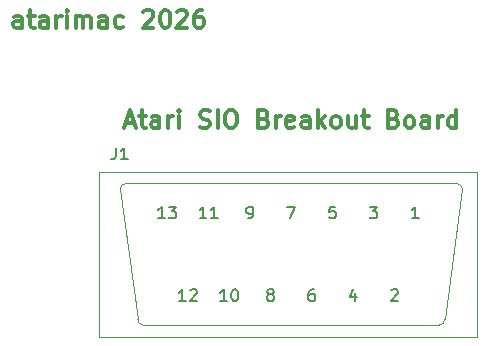
<source format=gbr>
%TF.GenerationSoftware,KiCad,Pcbnew,9.0.7*%
%TF.CreationDate,2026-01-20T08:57:55-06:00*%
%TF.ProjectId,SIO_Breakout,53494f5f-4272-4656-916b-6f75742e6b69,rev?*%
%TF.SameCoordinates,Original*%
%TF.FileFunction,Legend,Top*%
%TF.FilePolarity,Positive*%
%FSLAX46Y46*%
G04 Gerber Fmt 4.6, Leading zero omitted, Abs format (unit mm)*
G04 Created by KiCad (PCBNEW 9.0.7) date 2026-01-20 08:57:55*
%MOMM*%
%LPD*%
G01*
G04 APERTURE LIST*
%ADD10C,0.300000*%
%ADD11C,0.150000*%
%ADD12C,0.120000*%
G04 APERTURE END LIST*
D10*
X126983082Y-106372257D02*
X127697368Y-106372257D01*
X126840225Y-106800828D02*
X127340225Y-105300828D01*
X127340225Y-105300828D02*
X127840225Y-106800828D01*
X128125939Y-105800828D02*
X128697367Y-105800828D01*
X128340224Y-105300828D02*
X128340224Y-106586542D01*
X128340224Y-106586542D02*
X128411653Y-106729400D01*
X128411653Y-106729400D02*
X128554510Y-106800828D01*
X128554510Y-106800828D02*
X128697367Y-106800828D01*
X129840225Y-106800828D02*
X129840225Y-106015114D01*
X129840225Y-106015114D02*
X129768796Y-105872257D01*
X129768796Y-105872257D02*
X129625939Y-105800828D01*
X129625939Y-105800828D02*
X129340225Y-105800828D01*
X129340225Y-105800828D02*
X129197367Y-105872257D01*
X129840225Y-106729400D02*
X129697367Y-106800828D01*
X129697367Y-106800828D02*
X129340225Y-106800828D01*
X129340225Y-106800828D02*
X129197367Y-106729400D01*
X129197367Y-106729400D02*
X129125939Y-106586542D01*
X129125939Y-106586542D02*
X129125939Y-106443685D01*
X129125939Y-106443685D02*
X129197367Y-106300828D01*
X129197367Y-106300828D02*
X129340225Y-106229400D01*
X129340225Y-106229400D02*
X129697367Y-106229400D01*
X129697367Y-106229400D02*
X129840225Y-106157971D01*
X130554510Y-106800828D02*
X130554510Y-105800828D01*
X130554510Y-106086542D02*
X130625939Y-105943685D01*
X130625939Y-105943685D02*
X130697368Y-105872257D01*
X130697368Y-105872257D02*
X130840225Y-105800828D01*
X130840225Y-105800828D02*
X130983082Y-105800828D01*
X131483081Y-106800828D02*
X131483081Y-105800828D01*
X131483081Y-105300828D02*
X131411653Y-105372257D01*
X131411653Y-105372257D02*
X131483081Y-105443685D01*
X131483081Y-105443685D02*
X131554510Y-105372257D01*
X131554510Y-105372257D02*
X131483081Y-105300828D01*
X131483081Y-105300828D02*
X131483081Y-105443685D01*
X133268796Y-106729400D02*
X133483082Y-106800828D01*
X133483082Y-106800828D02*
X133840224Y-106800828D01*
X133840224Y-106800828D02*
X133983082Y-106729400D01*
X133983082Y-106729400D02*
X134054510Y-106657971D01*
X134054510Y-106657971D02*
X134125939Y-106515114D01*
X134125939Y-106515114D02*
X134125939Y-106372257D01*
X134125939Y-106372257D02*
X134054510Y-106229400D01*
X134054510Y-106229400D02*
X133983082Y-106157971D01*
X133983082Y-106157971D02*
X133840224Y-106086542D01*
X133840224Y-106086542D02*
X133554510Y-106015114D01*
X133554510Y-106015114D02*
X133411653Y-105943685D01*
X133411653Y-105943685D02*
X133340224Y-105872257D01*
X133340224Y-105872257D02*
X133268796Y-105729400D01*
X133268796Y-105729400D02*
X133268796Y-105586542D01*
X133268796Y-105586542D02*
X133340224Y-105443685D01*
X133340224Y-105443685D02*
X133411653Y-105372257D01*
X133411653Y-105372257D02*
X133554510Y-105300828D01*
X133554510Y-105300828D02*
X133911653Y-105300828D01*
X133911653Y-105300828D02*
X134125939Y-105372257D01*
X134768795Y-106800828D02*
X134768795Y-105300828D01*
X135768796Y-105300828D02*
X136054510Y-105300828D01*
X136054510Y-105300828D02*
X136197367Y-105372257D01*
X136197367Y-105372257D02*
X136340224Y-105515114D01*
X136340224Y-105515114D02*
X136411653Y-105800828D01*
X136411653Y-105800828D02*
X136411653Y-106300828D01*
X136411653Y-106300828D02*
X136340224Y-106586542D01*
X136340224Y-106586542D02*
X136197367Y-106729400D01*
X136197367Y-106729400D02*
X136054510Y-106800828D01*
X136054510Y-106800828D02*
X135768796Y-106800828D01*
X135768796Y-106800828D02*
X135625939Y-106729400D01*
X135625939Y-106729400D02*
X135483081Y-106586542D01*
X135483081Y-106586542D02*
X135411653Y-106300828D01*
X135411653Y-106300828D02*
X135411653Y-105800828D01*
X135411653Y-105800828D02*
X135483081Y-105515114D01*
X135483081Y-105515114D02*
X135625939Y-105372257D01*
X135625939Y-105372257D02*
X135768796Y-105300828D01*
X138697367Y-106015114D02*
X138911653Y-106086542D01*
X138911653Y-106086542D02*
X138983082Y-106157971D01*
X138983082Y-106157971D02*
X139054510Y-106300828D01*
X139054510Y-106300828D02*
X139054510Y-106515114D01*
X139054510Y-106515114D02*
X138983082Y-106657971D01*
X138983082Y-106657971D02*
X138911653Y-106729400D01*
X138911653Y-106729400D02*
X138768796Y-106800828D01*
X138768796Y-106800828D02*
X138197367Y-106800828D01*
X138197367Y-106800828D02*
X138197367Y-105300828D01*
X138197367Y-105300828D02*
X138697367Y-105300828D01*
X138697367Y-105300828D02*
X138840225Y-105372257D01*
X138840225Y-105372257D02*
X138911653Y-105443685D01*
X138911653Y-105443685D02*
X138983082Y-105586542D01*
X138983082Y-105586542D02*
X138983082Y-105729400D01*
X138983082Y-105729400D02*
X138911653Y-105872257D01*
X138911653Y-105872257D02*
X138840225Y-105943685D01*
X138840225Y-105943685D02*
X138697367Y-106015114D01*
X138697367Y-106015114D02*
X138197367Y-106015114D01*
X139697367Y-106800828D02*
X139697367Y-105800828D01*
X139697367Y-106086542D02*
X139768796Y-105943685D01*
X139768796Y-105943685D02*
X139840225Y-105872257D01*
X139840225Y-105872257D02*
X139983082Y-105800828D01*
X139983082Y-105800828D02*
X140125939Y-105800828D01*
X141197367Y-106729400D02*
X141054510Y-106800828D01*
X141054510Y-106800828D02*
X140768796Y-106800828D01*
X140768796Y-106800828D02*
X140625938Y-106729400D01*
X140625938Y-106729400D02*
X140554510Y-106586542D01*
X140554510Y-106586542D02*
X140554510Y-106015114D01*
X140554510Y-106015114D02*
X140625938Y-105872257D01*
X140625938Y-105872257D02*
X140768796Y-105800828D01*
X140768796Y-105800828D02*
X141054510Y-105800828D01*
X141054510Y-105800828D02*
X141197367Y-105872257D01*
X141197367Y-105872257D02*
X141268796Y-106015114D01*
X141268796Y-106015114D02*
X141268796Y-106157971D01*
X141268796Y-106157971D02*
X140554510Y-106300828D01*
X142554510Y-106800828D02*
X142554510Y-106015114D01*
X142554510Y-106015114D02*
X142483081Y-105872257D01*
X142483081Y-105872257D02*
X142340224Y-105800828D01*
X142340224Y-105800828D02*
X142054510Y-105800828D01*
X142054510Y-105800828D02*
X141911652Y-105872257D01*
X142554510Y-106729400D02*
X142411652Y-106800828D01*
X142411652Y-106800828D02*
X142054510Y-106800828D01*
X142054510Y-106800828D02*
X141911652Y-106729400D01*
X141911652Y-106729400D02*
X141840224Y-106586542D01*
X141840224Y-106586542D02*
X141840224Y-106443685D01*
X141840224Y-106443685D02*
X141911652Y-106300828D01*
X141911652Y-106300828D02*
X142054510Y-106229400D01*
X142054510Y-106229400D02*
X142411652Y-106229400D01*
X142411652Y-106229400D02*
X142554510Y-106157971D01*
X143268795Y-106800828D02*
X143268795Y-105300828D01*
X143411653Y-106229400D02*
X143840224Y-106800828D01*
X143840224Y-105800828D02*
X143268795Y-106372257D01*
X144697367Y-106800828D02*
X144554510Y-106729400D01*
X144554510Y-106729400D02*
X144483081Y-106657971D01*
X144483081Y-106657971D02*
X144411653Y-106515114D01*
X144411653Y-106515114D02*
X144411653Y-106086542D01*
X144411653Y-106086542D02*
X144483081Y-105943685D01*
X144483081Y-105943685D02*
X144554510Y-105872257D01*
X144554510Y-105872257D02*
X144697367Y-105800828D01*
X144697367Y-105800828D02*
X144911653Y-105800828D01*
X144911653Y-105800828D02*
X145054510Y-105872257D01*
X145054510Y-105872257D02*
X145125939Y-105943685D01*
X145125939Y-105943685D02*
X145197367Y-106086542D01*
X145197367Y-106086542D02*
X145197367Y-106515114D01*
X145197367Y-106515114D02*
X145125939Y-106657971D01*
X145125939Y-106657971D02*
X145054510Y-106729400D01*
X145054510Y-106729400D02*
X144911653Y-106800828D01*
X144911653Y-106800828D02*
X144697367Y-106800828D01*
X146483082Y-105800828D02*
X146483082Y-106800828D01*
X145840224Y-105800828D02*
X145840224Y-106586542D01*
X145840224Y-106586542D02*
X145911653Y-106729400D01*
X145911653Y-106729400D02*
X146054510Y-106800828D01*
X146054510Y-106800828D02*
X146268796Y-106800828D01*
X146268796Y-106800828D02*
X146411653Y-106729400D01*
X146411653Y-106729400D02*
X146483082Y-106657971D01*
X146983082Y-105800828D02*
X147554510Y-105800828D01*
X147197367Y-105300828D02*
X147197367Y-106586542D01*
X147197367Y-106586542D02*
X147268796Y-106729400D01*
X147268796Y-106729400D02*
X147411653Y-106800828D01*
X147411653Y-106800828D02*
X147554510Y-106800828D01*
X149697367Y-106015114D02*
X149911653Y-106086542D01*
X149911653Y-106086542D02*
X149983082Y-106157971D01*
X149983082Y-106157971D02*
X150054510Y-106300828D01*
X150054510Y-106300828D02*
X150054510Y-106515114D01*
X150054510Y-106515114D02*
X149983082Y-106657971D01*
X149983082Y-106657971D02*
X149911653Y-106729400D01*
X149911653Y-106729400D02*
X149768796Y-106800828D01*
X149768796Y-106800828D02*
X149197367Y-106800828D01*
X149197367Y-106800828D02*
X149197367Y-105300828D01*
X149197367Y-105300828D02*
X149697367Y-105300828D01*
X149697367Y-105300828D02*
X149840225Y-105372257D01*
X149840225Y-105372257D02*
X149911653Y-105443685D01*
X149911653Y-105443685D02*
X149983082Y-105586542D01*
X149983082Y-105586542D02*
X149983082Y-105729400D01*
X149983082Y-105729400D02*
X149911653Y-105872257D01*
X149911653Y-105872257D02*
X149840225Y-105943685D01*
X149840225Y-105943685D02*
X149697367Y-106015114D01*
X149697367Y-106015114D02*
X149197367Y-106015114D01*
X150911653Y-106800828D02*
X150768796Y-106729400D01*
X150768796Y-106729400D02*
X150697367Y-106657971D01*
X150697367Y-106657971D02*
X150625939Y-106515114D01*
X150625939Y-106515114D02*
X150625939Y-106086542D01*
X150625939Y-106086542D02*
X150697367Y-105943685D01*
X150697367Y-105943685D02*
X150768796Y-105872257D01*
X150768796Y-105872257D02*
X150911653Y-105800828D01*
X150911653Y-105800828D02*
X151125939Y-105800828D01*
X151125939Y-105800828D02*
X151268796Y-105872257D01*
X151268796Y-105872257D02*
X151340225Y-105943685D01*
X151340225Y-105943685D02*
X151411653Y-106086542D01*
X151411653Y-106086542D02*
X151411653Y-106515114D01*
X151411653Y-106515114D02*
X151340225Y-106657971D01*
X151340225Y-106657971D02*
X151268796Y-106729400D01*
X151268796Y-106729400D02*
X151125939Y-106800828D01*
X151125939Y-106800828D02*
X150911653Y-106800828D01*
X152697368Y-106800828D02*
X152697368Y-106015114D01*
X152697368Y-106015114D02*
X152625939Y-105872257D01*
X152625939Y-105872257D02*
X152483082Y-105800828D01*
X152483082Y-105800828D02*
X152197368Y-105800828D01*
X152197368Y-105800828D02*
X152054510Y-105872257D01*
X152697368Y-106729400D02*
X152554510Y-106800828D01*
X152554510Y-106800828D02*
X152197368Y-106800828D01*
X152197368Y-106800828D02*
X152054510Y-106729400D01*
X152054510Y-106729400D02*
X151983082Y-106586542D01*
X151983082Y-106586542D02*
X151983082Y-106443685D01*
X151983082Y-106443685D02*
X152054510Y-106300828D01*
X152054510Y-106300828D02*
X152197368Y-106229400D01*
X152197368Y-106229400D02*
X152554510Y-106229400D01*
X152554510Y-106229400D02*
X152697368Y-106157971D01*
X153411653Y-106800828D02*
X153411653Y-105800828D01*
X153411653Y-106086542D02*
X153483082Y-105943685D01*
X153483082Y-105943685D02*
X153554511Y-105872257D01*
X153554511Y-105872257D02*
X153697368Y-105800828D01*
X153697368Y-105800828D02*
X153840225Y-105800828D01*
X154983082Y-106800828D02*
X154983082Y-105300828D01*
X154983082Y-106729400D02*
X154840224Y-106800828D01*
X154840224Y-106800828D02*
X154554510Y-106800828D01*
X154554510Y-106800828D02*
X154411653Y-106729400D01*
X154411653Y-106729400D02*
X154340224Y-106657971D01*
X154340224Y-106657971D02*
X154268796Y-106515114D01*
X154268796Y-106515114D02*
X154268796Y-106086542D01*
X154268796Y-106086542D02*
X154340224Y-105943685D01*
X154340224Y-105943685D02*
X154411653Y-105872257D01*
X154411653Y-105872257D02*
X154554510Y-105800828D01*
X154554510Y-105800828D02*
X154840224Y-105800828D01*
X154840224Y-105800828D02*
X154983082Y-105872257D01*
X118197368Y-98300828D02*
X118197368Y-97515114D01*
X118197368Y-97515114D02*
X118125939Y-97372257D01*
X118125939Y-97372257D02*
X117983082Y-97300828D01*
X117983082Y-97300828D02*
X117697368Y-97300828D01*
X117697368Y-97300828D02*
X117554510Y-97372257D01*
X118197368Y-98229400D02*
X118054510Y-98300828D01*
X118054510Y-98300828D02*
X117697368Y-98300828D01*
X117697368Y-98300828D02*
X117554510Y-98229400D01*
X117554510Y-98229400D02*
X117483082Y-98086542D01*
X117483082Y-98086542D02*
X117483082Y-97943685D01*
X117483082Y-97943685D02*
X117554510Y-97800828D01*
X117554510Y-97800828D02*
X117697368Y-97729400D01*
X117697368Y-97729400D02*
X118054510Y-97729400D01*
X118054510Y-97729400D02*
X118197368Y-97657971D01*
X118697368Y-97300828D02*
X119268796Y-97300828D01*
X118911653Y-96800828D02*
X118911653Y-98086542D01*
X118911653Y-98086542D02*
X118983082Y-98229400D01*
X118983082Y-98229400D02*
X119125939Y-98300828D01*
X119125939Y-98300828D02*
X119268796Y-98300828D01*
X120411654Y-98300828D02*
X120411654Y-97515114D01*
X120411654Y-97515114D02*
X120340225Y-97372257D01*
X120340225Y-97372257D02*
X120197368Y-97300828D01*
X120197368Y-97300828D02*
X119911654Y-97300828D01*
X119911654Y-97300828D02*
X119768796Y-97372257D01*
X120411654Y-98229400D02*
X120268796Y-98300828D01*
X120268796Y-98300828D02*
X119911654Y-98300828D01*
X119911654Y-98300828D02*
X119768796Y-98229400D01*
X119768796Y-98229400D02*
X119697368Y-98086542D01*
X119697368Y-98086542D02*
X119697368Y-97943685D01*
X119697368Y-97943685D02*
X119768796Y-97800828D01*
X119768796Y-97800828D02*
X119911654Y-97729400D01*
X119911654Y-97729400D02*
X120268796Y-97729400D01*
X120268796Y-97729400D02*
X120411654Y-97657971D01*
X121125939Y-98300828D02*
X121125939Y-97300828D01*
X121125939Y-97586542D02*
X121197368Y-97443685D01*
X121197368Y-97443685D02*
X121268797Y-97372257D01*
X121268797Y-97372257D02*
X121411654Y-97300828D01*
X121411654Y-97300828D02*
X121554511Y-97300828D01*
X122054510Y-98300828D02*
X122054510Y-97300828D01*
X122054510Y-96800828D02*
X121983082Y-96872257D01*
X121983082Y-96872257D02*
X122054510Y-96943685D01*
X122054510Y-96943685D02*
X122125939Y-96872257D01*
X122125939Y-96872257D02*
X122054510Y-96800828D01*
X122054510Y-96800828D02*
X122054510Y-96943685D01*
X122768796Y-98300828D02*
X122768796Y-97300828D01*
X122768796Y-97443685D02*
X122840225Y-97372257D01*
X122840225Y-97372257D02*
X122983082Y-97300828D01*
X122983082Y-97300828D02*
X123197368Y-97300828D01*
X123197368Y-97300828D02*
X123340225Y-97372257D01*
X123340225Y-97372257D02*
X123411654Y-97515114D01*
X123411654Y-97515114D02*
X123411654Y-98300828D01*
X123411654Y-97515114D02*
X123483082Y-97372257D01*
X123483082Y-97372257D02*
X123625939Y-97300828D01*
X123625939Y-97300828D02*
X123840225Y-97300828D01*
X123840225Y-97300828D02*
X123983082Y-97372257D01*
X123983082Y-97372257D02*
X124054511Y-97515114D01*
X124054511Y-97515114D02*
X124054511Y-98300828D01*
X125411654Y-98300828D02*
X125411654Y-97515114D01*
X125411654Y-97515114D02*
X125340225Y-97372257D01*
X125340225Y-97372257D02*
X125197368Y-97300828D01*
X125197368Y-97300828D02*
X124911654Y-97300828D01*
X124911654Y-97300828D02*
X124768796Y-97372257D01*
X125411654Y-98229400D02*
X125268796Y-98300828D01*
X125268796Y-98300828D02*
X124911654Y-98300828D01*
X124911654Y-98300828D02*
X124768796Y-98229400D01*
X124768796Y-98229400D02*
X124697368Y-98086542D01*
X124697368Y-98086542D02*
X124697368Y-97943685D01*
X124697368Y-97943685D02*
X124768796Y-97800828D01*
X124768796Y-97800828D02*
X124911654Y-97729400D01*
X124911654Y-97729400D02*
X125268796Y-97729400D01*
X125268796Y-97729400D02*
X125411654Y-97657971D01*
X126768797Y-98229400D02*
X126625939Y-98300828D01*
X126625939Y-98300828D02*
X126340225Y-98300828D01*
X126340225Y-98300828D02*
X126197368Y-98229400D01*
X126197368Y-98229400D02*
X126125939Y-98157971D01*
X126125939Y-98157971D02*
X126054511Y-98015114D01*
X126054511Y-98015114D02*
X126054511Y-97586542D01*
X126054511Y-97586542D02*
X126125939Y-97443685D01*
X126125939Y-97443685D02*
X126197368Y-97372257D01*
X126197368Y-97372257D02*
X126340225Y-97300828D01*
X126340225Y-97300828D02*
X126625939Y-97300828D01*
X126625939Y-97300828D02*
X126768797Y-97372257D01*
X128483082Y-96943685D02*
X128554510Y-96872257D01*
X128554510Y-96872257D02*
X128697368Y-96800828D01*
X128697368Y-96800828D02*
X129054510Y-96800828D01*
X129054510Y-96800828D02*
X129197368Y-96872257D01*
X129197368Y-96872257D02*
X129268796Y-96943685D01*
X129268796Y-96943685D02*
X129340225Y-97086542D01*
X129340225Y-97086542D02*
X129340225Y-97229400D01*
X129340225Y-97229400D02*
X129268796Y-97443685D01*
X129268796Y-97443685D02*
X128411653Y-98300828D01*
X128411653Y-98300828D02*
X129340225Y-98300828D01*
X130268796Y-96800828D02*
X130411653Y-96800828D01*
X130411653Y-96800828D02*
X130554510Y-96872257D01*
X130554510Y-96872257D02*
X130625939Y-96943685D01*
X130625939Y-96943685D02*
X130697367Y-97086542D01*
X130697367Y-97086542D02*
X130768796Y-97372257D01*
X130768796Y-97372257D02*
X130768796Y-97729400D01*
X130768796Y-97729400D02*
X130697367Y-98015114D01*
X130697367Y-98015114D02*
X130625939Y-98157971D01*
X130625939Y-98157971D02*
X130554510Y-98229400D01*
X130554510Y-98229400D02*
X130411653Y-98300828D01*
X130411653Y-98300828D02*
X130268796Y-98300828D01*
X130268796Y-98300828D02*
X130125939Y-98229400D01*
X130125939Y-98229400D02*
X130054510Y-98157971D01*
X130054510Y-98157971D02*
X129983081Y-98015114D01*
X129983081Y-98015114D02*
X129911653Y-97729400D01*
X129911653Y-97729400D02*
X129911653Y-97372257D01*
X129911653Y-97372257D02*
X129983081Y-97086542D01*
X129983081Y-97086542D02*
X130054510Y-96943685D01*
X130054510Y-96943685D02*
X130125939Y-96872257D01*
X130125939Y-96872257D02*
X130268796Y-96800828D01*
X131340224Y-96943685D02*
X131411652Y-96872257D01*
X131411652Y-96872257D02*
X131554510Y-96800828D01*
X131554510Y-96800828D02*
X131911652Y-96800828D01*
X131911652Y-96800828D02*
X132054510Y-96872257D01*
X132054510Y-96872257D02*
X132125938Y-96943685D01*
X132125938Y-96943685D02*
X132197367Y-97086542D01*
X132197367Y-97086542D02*
X132197367Y-97229400D01*
X132197367Y-97229400D02*
X132125938Y-97443685D01*
X132125938Y-97443685D02*
X131268795Y-98300828D01*
X131268795Y-98300828D02*
X132197367Y-98300828D01*
X133483081Y-96800828D02*
X133197366Y-96800828D01*
X133197366Y-96800828D02*
X133054509Y-96872257D01*
X133054509Y-96872257D02*
X132983081Y-96943685D01*
X132983081Y-96943685D02*
X132840223Y-97157971D01*
X132840223Y-97157971D02*
X132768795Y-97443685D01*
X132768795Y-97443685D02*
X132768795Y-98015114D01*
X132768795Y-98015114D02*
X132840223Y-98157971D01*
X132840223Y-98157971D02*
X132911652Y-98229400D01*
X132911652Y-98229400D02*
X133054509Y-98300828D01*
X133054509Y-98300828D02*
X133340223Y-98300828D01*
X133340223Y-98300828D02*
X133483081Y-98229400D01*
X133483081Y-98229400D02*
X133554509Y-98157971D01*
X133554509Y-98157971D02*
X133625938Y-98015114D01*
X133625938Y-98015114D02*
X133625938Y-97657971D01*
X133625938Y-97657971D02*
X133554509Y-97515114D01*
X133554509Y-97515114D02*
X133483081Y-97443685D01*
X133483081Y-97443685D02*
X133340223Y-97372257D01*
X133340223Y-97372257D02*
X133054509Y-97372257D01*
X133054509Y-97372257D02*
X132911652Y-97443685D01*
X132911652Y-97443685D02*
X132840223Y-97515114D01*
X132840223Y-97515114D02*
X132768795Y-97657971D01*
D11*
X126166666Y-108454819D02*
X126166666Y-109169104D01*
X126166666Y-109169104D02*
X126119047Y-109311961D01*
X126119047Y-109311961D02*
X126023809Y-109407200D01*
X126023809Y-109407200D02*
X125880952Y-109454819D01*
X125880952Y-109454819D02*
X125785714Y-109454819D01*
X127166666Y-109454819D02*
X126595238Y-109454819D01*
X126880952Y-109454819D02*
X126880952Y-108454819D01*
X126880952Y-108454819D02*
X126785714Y-108597676D01*
X126785714Y-108597676D02*
X126690476Y-108692914D01*
X126690476Y-108692914D02*
X126595238Y-108740533D01*
X149464286Y-120550057D02*
X149511905Y-120502438D01*
X149511905Y-120502438D02*
X149607143Y-120454819D01*
X149607143Y-120454819D02*
X149845238Y-120454819D01*
X149845238Y-120454819D02*
X149940476Y-120502438D01*
X149940476Y-120502438D02*
X149988095Y-120550057D01*
X149988095Y-120550057D02*
X150035714Y-120645295D01*
X150035714Y-120645295D02*
X150035714Y-120740533D01*
X150035714Y-120740533D02*
X149988095Y-120883390D01*
X149988095Y-120883390D02*
X149416667Y-121454819D01*
X149416667Y-121454819D02*
X150035714Y-121454819D01*
X146440476Y-120788152D02*
X146440476Y-121454819D01*
X146202381Y-120407200D02*
X145964286Y-121121485D01*
X145964286Y-121121485D02*
X146583333Y-121121485D01*
X130309523Y-114454819D02*
X129738095Y-114454819D01*
X130023809Y-114454819D02*
X130023809Y-113454819D01*
X130023809Y-113454819D02*
X129928571Y-113597676D01*
X129928571Y-113597676D02*
X129833333Y-113692914D01*
X129833333Y-113692914D02*
X129738095Y-113740533D01*
X130642857Y-113454819D02*
X131261904Y-113454819D01*
X131261904Y-113454819D02*
X130928571Y-113835771D01*
X130928571Y-113835771D02*
X131071428Y-113835771D01*
X131071428Y-113835771D02*
X131166666Y-113883390D01*
X131166666Y-113883390D02*
X131214285Y-113931009D01*
X131214285Y-113931009D02*
X131261904Y-114026247D01*
X131261904Y-114026247D02*
X131261904Y-114264342D01*
X131261904Y-114264342D02*
X131214285Y-114359580D01*
X131214285Y-114359580D02*
X131166666Y-114407200D01*
X131166666Y-114407200D02*
X131071428Y-114454819D01*
X131071428Y-114454819D02*
X130785714Y-114454819D01*
X130785714Y-114454819D02*
X130690476Y-114407200D01*
X130690476Y-114407200D02*
X130642857Y-114359580D01*
X137309524Y-114454819D02*
X137500000Y-114454819D01*
X137500000Y-114454819D02*
X137595238Y-114407200D01*
X137595238Y-114407200D02*
X137642857Y-114359580D01*
X137642857Y-114359580D02*
X137738095Y-114216723D01*
X137738095Y-114216723D02*
X137785714Y-114026247D01*
X137785714Y-114026247D02*
X137785714Y-113645295D01*
X137785714Y-113645295D02*
X137738095Y-113550057D01*
X137738095Y-113550057D02*
X137690476Y-113502438D01*
X137690476Y-113502438D02*
X137595238Y-113454819D01*
X137595238Y-113454819D02*
X137404762Y-113454819D01*
X137404762Y-113454819D02*
X137309524Y-113502438D01*
X137309524Y-113502438D02*
X137261905Y-113550057D01*
X137261905Y-113550057D02*
X137214286Y-113645295D01*
X137214286Y-113645295D02*
X137214286Y-113883390D01*
X137214286Y-113883390D02*
X137261905Y-113978628D01*
X137261905Y-113978628D02*
X137309524Y-114026247D01*
X137309524Y-114026247D02*
X137404762Y-114073866D01*
X137404762Y-114073866D02*
X137595238Y-114073866D01*
X137595238Y-114073866D02*
X137690476Y-114026247D01*
X137690476Y-114026247D02*
X137738095Y-113978628D01*
X137738095Y-113978628D02*
X137785714Y-113883390D01*
X133809523Y-114454819D02*
X133238095Y-114454819D01*
X133523809Y-114454819D02*
X133523809Y-113454819D01*
X133523809Y-113454819D02*
X133428571Y-113597676D01*
X133428571Y-113597676D02*
X133333333Y-113692914D01*
X133333333Y-113692914D02*
X133238095Y-113740533D01*
X134761904Y-114454819D02*
X134190476Y-114454819D01*
X134476190Y-114454819D02*
X134476190Y-113454819D01*
X134476190Y-113454819D02*
X134380952Y-113597676D01*
X134380952Y-113597676D02*
X134285714Y-113692914D01*
X134285714Y-113692914D02*
X134190476Y-113740533D01*
X135559523Y-121454819D02*
X134988095Y-121454819D01*
X135273809Y-121454819D02*
X135273809Y-120454819D01*
X135273809Y-120454819D02*
X135178571Y-120597676D01*
X135178571Y-120597676D02*
X135083333Y-120692914D01*
X135083333Y-120692914D02*
X134988095Y-120740533D01*
X136178571Y-120454819D02*
X136273809Y-120454819D01*
X136273809Y-120454819D02*
X136369047Y-120502438D01*
X136369047Y-120502438D02*
X136416666Y-120550057D01*
X136416666Y-120550057D02*
X136464285Y-120645295D01*
X136464285Y-120645295D02*
X136511904Y-120835771D01*
X136511904Y-120835771D02*
X136511904Y-121073866D01*
X136511904Y-121073866D02*
X136464285Y-121264342D01*
X136464285Y-121264342D02*
X136416666Y-121359580D01*
X136416666Y-121359580D02*
X136369047Y-121407200D01*
X136369047Y-121407200D02*
X136273809Y-121454819D01*
X136273809Y-121454819D02*
X136178571Y-121454819D01*
X136178571Y-121454819D02*
X136083333Y-121407200D01*
X136083333Y-121407200D02*
X136035714Y-121359580D01*
X136035714Y-121359580D02*
X135988095Y-121264342D01*
X135988095Y-121264342D02*
X135940476Y-121073866D01*
X135940476Y-121073866D02*
X135940476Y-120835771D01*
X135940476Y-120835771D02*
X135988095Y-120645295D01*
X135988095Y-120645295D02*
X136035714Y-120550057D01*
X136035714Y-120550057D02*
X136083333Y-120502438D01*
X136083333Y-120502438D02*
X136178571Y-120454819D01*
X144738095Y-113454819D02*
X144261905Y-113454819D01*
X144261905Y-113454819D02*
X144214286Y-113931009D01*
X144214286Y-113931009D02*
X144261905Y-113883390D01*
X144261905Y-113883390D02*
X144357143Y-113835771D01*
X144357143Y-113835771D02*
X144595238Y-113835771D01*
X144595238Y-113835771D02*
X144690476Y-113883390D01*
X144690476Y-113883390D02*
X144738095Y-113931009D01*
X144738095Y-113931009D02*
X144785714Y-114026247D01*
X144785714Y-114026247D02*
X144785714Y-114264342D01*
X144785714Y-114264342D02*
X144738095Y-114359580D01*
X144738095Y-114359580D02*
X144690476Y-114407200D01*
X144690476Y-114407200D02*
X144595238Y-114454819D01*
X144595238Y-114454819D02*
X144357143Y-114454819D01*
X144357143Y-114454819D02*
X144261905Y-114407200D01*
X144261905Y-114407200D02*
X144214286Y-114359580D01*
X132059523Y-121454819D02*
X131488095Y-121454819D01*
X131773809Y-121454819D02*
X131773809Y-120454819D01*
X131773809Y-120454819D02*
X131678571Y-120597676D01*
X131678571Y-120597676D02*
X131583333Y-120692914D01*
X131583333Y-120692914D02*
X131488095Y-120740533D01*
X132440476Y-120550057D02*
X132488095Y-120502438D01*
X132488095Y-120502438D02*
X132583333Y-120454819D01*
X132583333Y-120454819D02*
X132821428Y-120454819D01*
X132821428Y-120454819D02*
X132916666Y-120502438D01*
X132916666Y-120502438D02*
X132964285Y-120550057D01*
X132964285Y-120550057D02*
X133011904Y-120645295D01*
X133011904Y-120645295D02*
X133011904Y-120740533D01*
X133011904Y-120740533D02*
X132964285Y-120883390D01*
X132964285Y-120883390D02*
X132392857Y-121454819D01*
X132392857Y-121454819D02*
X133011904Y-121454819D01*
X142940476Y-120454819D02*
X142750000Y-120454819D01*
X142750000Y-120454819D02*
X142654762Y-120502438D01*
X142654762Y-120502438D02*
X142607143Y-120550057D01*
X142607143Y-120550057D02*
X142511905Y-120692914D01*
X142511905Y-120692914D02*
X142464286Y-120883390D01*
X142464286Y-120883390D02*
X142464286Y-121264342D01*
X142464286Y-121264342D02*
X142511905Y-121359580D01*
X142511905Y-121359580D02*
X142559524Y-121407200D01*
X142559524Y-121407200D02*
X142654762Y-121454819D01*
X142654762Y-121454819D02*
X142845238Y-121454819D01*
X142845238Y-121454819D02*
X142940476Y-121407200D01*
X142940476Y-121407200D02*
X142988095Y-121359580D01*
X142988095Y-121359580D02*
X143035714Y-121264342D01*
X143035714Y-121264342D02*
X143035714Y-121026247D01*
X143035714Y-121026247D02*
X142988095Y-120931009D01*
X142988095Y-120931009D02*
X142940476Y-120883390D01*
X142940476Y-120883390D02*
X142845238Y-120835771D01*
X142845238Y-120835771D02*
X142654762Y-120835771D01*
X142654762Y-120835771D02*
X142559524Y-120883390D01*
X142559524Y-120883390D02*
X142511905Y-120931009D01*
X142511905Y-120931009D02*
X142464286Y-121026247D01*
X151785714Y-114454819D02*
X151214286Y-114454819D01*
X151500000Y-114454819D02*
X151500000Y-113454819D01*
X151500000Y-113454819D02*
X151404762Y-113597676D01*
X151404762Y-113597676D02*
X151309524Y-113692914D01*
X151309524Y-113692914D02*
X151214286Y-113740533D01*
X139154762Y-120883390D02*
X139059524Y-120835771D01*
X139059524Y-120835771D02*
X139011905Y-120788152D01*
X139011905Y-120788152D02*
X138964286Y-120692914D01*
X138964286Y-120692914D02*
X138964286Y-120645295D01*
X138964286Y-120645295D02*
X139011905Y-120550057D01*
X139011905Y-120550057D02*
X139059524Y-120502438D01*
X139059524Y-120502438D02*
X139154762Y-120454819D01*
X139154762Y-120454819D02*
X139345238Y-120454819D01*
X139345238Y-120454819D02*
X139440476Y-120502438D01*
X139440476Y-120502438D02*
X139488095Y-120550057D01*
X139488095Y-120550057D02*
X139535714Y-120645295D01*
X139535714Y-120645295D02*
X139535714Y-120692914D01*
X139535714Y-120692914D02*
X139488095Y-120788152D01*
X139488095Y-120788152D02*
X139440476Y-120835771D01*
X139440476Y-120835771D02*
X139345238Y-120883390D01*
X139345238Y-120883390D02*
X139154762Y-120883390D01*
X139154762Y-120883390D02*
X139059524Y-120931009D01*
X139059524Y-120931009D02*
X139011905Y-120978628D01*
X139011905Y-120978628D02*
X138964286Y-121073866D01*
X138964286Y-121073866D02*
X138964286Y-121264342D01*
X138964286Y-121264342D02*
X139011905Y-121359580D01*
X139011905Y-121359580D02*
X139059524Y-121407200D01*
X139059524Y-121407200D02*
X139154762Y-121454819D01*
X139154762Y-121454819D02*
X139345238Y-121454819D01*
X139345238Y-121454819D02*
X139440476Y-121407200D01*
X139440476Y-121407200D02*
X139488095Y-121359580D01*
X139488095Y-121359580D02*
X139535714Y-121264342D01*
X139535714Y-121264342D02*
X139535714Y-121073866D01*
X139535714Y-121073866D02*
X139488095Y-120978628D01*
X139488095Y-120978628D02*
X139440476Y-120931009D01*
X139440476Y-120931009D02*
X139345238Y-120883390D01*
X147666667Y-113454819D02*
X148285714Y-113454819D01*
X148285714Y-113454819D02*
X147952381Y-113835771D01*
X147952381Y-113835771D02*
X148095238Y-113835771D01*
X148095238Y-113835771D02*
X148190476Y-113883390D01*
X148190476Y-113883390D02*
X148238095Y-113931009D01*
X148238095Y-113931009D02*
X148285714Y-114026247D01*
X148285714Y-114026247D02*
X148285714Y-114264342D01*
X148285714Y-114264342D02*
X148238095Y-114359580D01*
X148238095Y-114359580D02*
X148190476Y-114407200D01*
X148190476Y-114407200D02*
X148095238Y-114454819D01*
X148095238Y-114454819D02*
X147809524Y-114454819D01*
X147809524Y-114454819D02*
X147714286Y-114407200D01*
X147714286Y-114407200D02*
X147666667Y-114359580D01*
X140666667Y-113454819D02*
X141333333Y-113454819D01*
X141333333Y-113454819D02*
X140904762Y-114454819D01*
D12*
%TO.C,J1*%
X124750000Y-110500000D02*
X124750000Y-124500000D01*
X124750000Y-124500000D02*
X156750000Y-124500000D01*
X126500000Y-112000000D02*
X128000000Y-123000000D01*
X141000000Y-123500000D02*
X128500000Y-123500000D01*
X141000000Y-123500000D02*
X153500000Y-123500000D01*
X154000000Y-123000000D02*
X155500000Y-112000000D01*
X155000000Y-111500000D02*
X127000000Y-111500000D01*
X156750000Y-110500000D02*
X124750000Y-110500000D01*
X156750000Y-124500000D02*
X156750000Y-110500000D01*
X126500000Y-112000000D02*
G75*
G02*
X127000000Y-111500000I500000J0D01*
G01*
X128500000Y-123500000D02*
G75*
G02*
X128000000Y-123000000I0J500000D01*
G01*
X154000000Y-123000000D02*
G75*
G02*
X153500000Y-123500000I-500001J1D01*
G01*
X155000000Y-111500000D02*
G75*
G02*
X155500000Y-112000000I-1J-500001D01*
G01*
%TD*%
M02*

</source>
